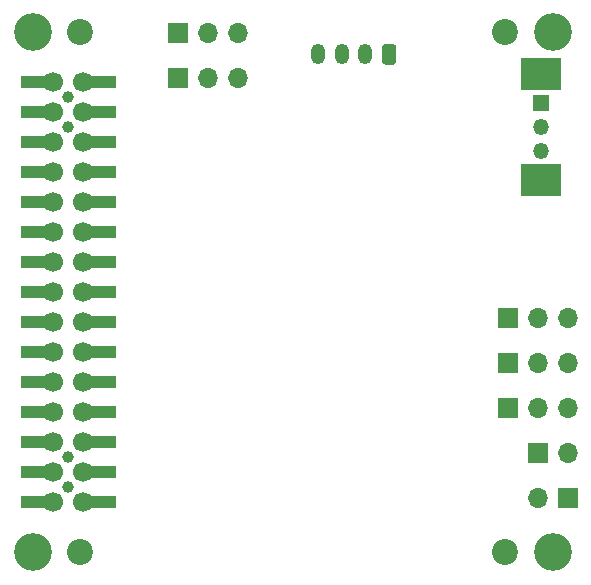
<source format=gts>
G04 #@! TF.GenerationSoftware,KiCad,Pcbnew,(5.1.8-0-10_14)*
G04 #@! TF.CreationDate,2022-01-15T10:54:34+09:00*
G04 #@! TF.ProjectId,M5_DirectServo,4d355f44-6972-4656-9374-536572766f2e,v1.0*
G04 #@! TF.SameCoordinates,Original*
G04 #@! TF.FileFunction,Soldermask,Top*
G04 #@! TF.FilePolarity,Negative*
%FSLAX46Y46*%
G04 Gerber Fmt 4.6, Leading zero omitted, Abs format (unit mm)*
G04 Created by KiCad (PCBNEW (5.1.8-0-10_14)) date 2022-01-15 10:54:34*
%MOMM*%
%LPD*%
G01*
G04 APERTURE LIST*
%ADD10O,1.200000X1.750000*%
%ADD11R,3.500000X2.800000*%
%ADD12R,1.350000X1.350000*%
%ADD13O,1.350000X1.350000*%
%ADD14R,1.700000X1.700000*%
%ADD15O,1.700000X1.700000*%
%ADD16C,1.700000*%
%ADD17C,1.000000*%
%ADD18C,0.800000*%
%ADD19R,3.150000X1.000000*%
%ADD20C,3.200000*%
%ADD21C,2.200000*%
G04 APERTURE END LIST*
G36*
G01*
X137750000Y-87224999D02*
X137750000Y-88475001D01*
G75*
G02*
X137500001Y-88725000I-249999J0D01*
G01*
X136799999Y-88725000D01*
G75*
G02*
X136550000Y-88475001I0J249999D01*
G01*
X136550000Y-87224999D01*
G75*
G02*
X136799999Y-86975000I249999J0D01*
G01*
X137500001Y-86975000D01*
G75*
G02*
X137750000Y-87224999I0J-249999D01*
G01*
G37*
D10*
X135150000Y-87850000D03*
X133150000Y-87850000D03*
X131150000Y-87850000D03*
D11*
X150000000Y-98500000D03*
D12*
X150000000Y-92000000D03*
D13*
X150000000Y-94000000D03*
X150000000Y-96000000D03*
D11*
X150000000Y-89500000D03*
D14*
X152260000Y-125380000D03*
D15*
X149720000Y-125380000D03*
X152260000Y-121570000D03*
D14*
X149720000Y-121570000D03*
D15*
X124320000Y-86010000D03*
X121780000Y-86010000D03*
D14*
X119240000Y-86010000D03*
X119240000Y-89820000D03*
D15*
X121780000Y-89820000D03*
X124320000Y-89820000D03*
D14*
X147180000Y-110140000D03*
D15*
X149720000Y-110140000D03*
X152260000Y-110140000D03*
X152260000Y-113950000D03*
X149720000Y-113950000D03*
D14*
X147180000Y-113950000D03*
X147180000Y-117760000D03*
D15*
X149720000Y-117760000D03*
X152260000Y-117760000D03*
D16*
X111270000Y-125780000D03*
X108730000Y-125780000D03*
X111270000Y-123240000D03*
X108730000Y-123240000D03*
X111270000Y-120700000D03*
X108730000Y-120700000D03*
X111270000Y-118160000D03*
X108730000Y-118160000D03*
X111270000Y-115620000D03*
X108730000Y-115620000D03*
X111270000Y-113080000D03*
X108730000Y-113080000D03*
X111270000Y-110540000D03*
X108730000Y-110540000D03*
X111270000Y-108000000D03*
X108730000Y-108000000D03*
X111270000Y-105460000D03*
X108730000Y-105460000D03*
X111270000Y-102920000D03*
X108730000Y-102920000D03*
X111270000Y-100380000D03*
X108730000Y-100380000D03*
X111270000Y-97840000D03*
X108730000Y-97840000D03*
X111270000Y-95300000D03*
X108730000Y-95300000D03*
X111270000Y-92760000D03*
X108730000Y-92760000D03*
X111270000Y-90220000D03*
X108730000Y-90220000D03*
D17*
X110000000Y-91490000D03*
D18*
X113175000Y-125780000D03*
X113175000Y-123240000D03*
X113175000Y-120700000D03*
X113175000Y-118160000D03*
X113175000Y-115620000D03*
X113175000Y-113080000D03*
X113175000Y-110540000D03*
X113175000Y-108000000D03*
X113175000Y-105460000D03*
X113175000Y-102920000D03*
X113175000Y-100380000D03*
X113175000Y-97840000D03*
X113175000Y-95300000D03*
X113175000Y-92760000D03*
X113175000Y-90220000D03*
X106825000Y-125780000D03*
X106825000Y-123240000D03*
X106825000Y-120700000D03*
X106825000Y-118160000D03*
X106825000Y-115620000D03*
X106825000Y-113080000D03*
X106825000Y-110540000D03*
X106825000Y-108000000D03*
X106825000Y-105460000D03*
X106825000Y-102920000D03*
X106825000Y-100380000D03*
X106825000Y-97840000D03*
X106825000Y-95300000D03*
X106825000Y-92760000D03*
D19*
X112525000Y-125780000D03*
X107475000Y-125780000D03*
X112525000Y-123240000D03*
X107475000Y-123240000D03*
X112525000Y-120700000D03*
X107475000Y-120700000D03*
X112525000Y-118160000D03*
X107475000Y-118160000D03*
X112525000Y-115620000D03*
X107475000Y-115620000D03*
X112525000Y-113080000D03*
X107475000Y-113080000D03*
X112525000Y-110540000D03*
X107475000Y-110540000D03*
X112525000Y-108000000D03*
X107475000Y-108000000D03*
X112525000Y-105460000D03*
X107475000Y-105460000D03*
X112525000Y-102920000D03*
X112525000Y-100380000D03*
X112525000Y-97840000D03*
X112525000Y-95300000D03*
X112525000Y-92760000D03*
X112525000Y-90220000D03*
D18*
X106825000Y-90220000D03*
D19*
X107475000Y-92760000D03*
X107475000Y-95300000D03*
X107475000Y-97840000D03*
X107475000Y-100380000D03*
X107475000Y-102920000D03*
X107475000Y-90220000D03*
D17*
X110000000Y-94030000D03*
X110000000Y-124510000D03*
X110000000Y-121970000D03*
D20*
X107000000Y-130000000D03*
X107000000Y-86000000D03*
X151000000Y-86000000D03*
X151000000Y-130000000D03*
D21*
X111000000Y-130000000D03*
X111000000Y-86000000D03*
X147000000Y-86000000D03*
X147000000Y-130000000D03*
M02*

</source>
